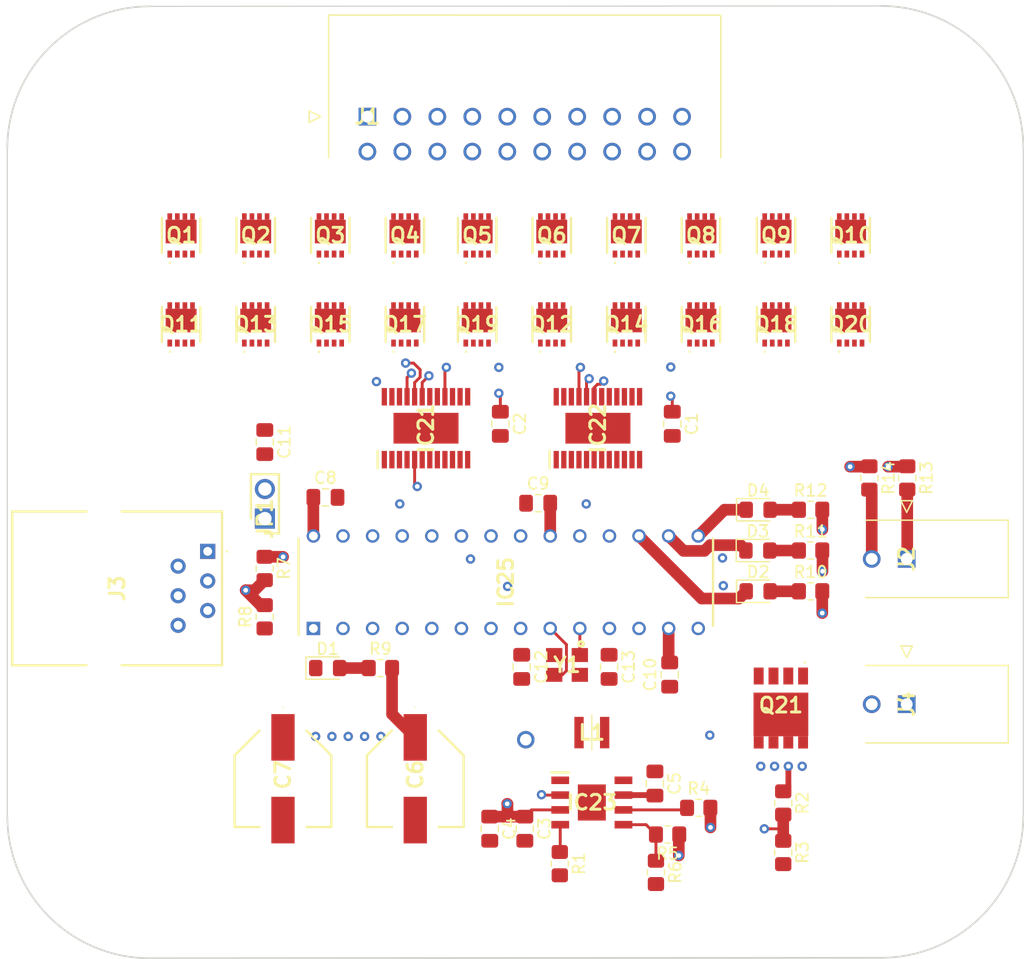
<source format=kicad_pcb>
(kicad_pcb (version 20221018) (generator pcbnew)

  (general
    (thickness 1.6)
  )

  (paper "A4")
  (layers
    (0 "F.Cu" signal)
    (1 "In1.Cu" signal)
    (2 "In2.Cu" signal)
    (31 "B.Cu" signal)
    (32 "B.Adhes" user "B.Adhesive")
    (33 "F.Adhes" user "F.Adhesive")
    (34 "B.Paste" user)
    (35 "F.Paste" user)
    (36 "B.SilkS" user "B.Silkscreen")
    (37 "F.SilkS" user "F.Silkscreen")
    (38 "B.Mask" user)
    (39 "F.Mask" user)
    (40 "Dwgs.User" user "User.Drawings")
    (41 "Cmts.User" user "User.Comments")
    (42 "Eco1.User" user "User.Eco1")
    (43 "Eco2.User" user "User.Eco2")
    (44 "Edge.Cuts" user)
    (45 "Margin" user)
    (46 "B.CrtYd" user "B.Courtyard")
    (47 "F.CrtYd" user "F.Courtyard")
    (48 "B.Fab" user)
    (49 "F.Fab" user)
    (50 "User.1" user)
    (51 "User.2" user)
    (52 "User.3" user)
    (53 "User.4" user)
    (54 "User.5" user)
    (55 "User.6" user)
    (56 "User.7" user)
    (57 "User.8" user)
    (58 "User.9" user)
  )

  (setup
    (stackup
      (layer "F.SilkS" (type "Top Silk Screen"))
      (layer "F.Paste" (type "Top Solder Paste"))
      (layer "F.Mask" (type "Top Solder Mask") (thickness 0.01))
      (layer "F.Cu" (type "copper") (thickness 0.035))
      (layer "dielectric 1" (type "prepreg") (thickness 0.1) (material "FR4") (epsilon_r 4.5) (loss_tangent 0.02))
      (layer "In1.Cu" (type "copper") (thickness 0.035))
      (layer "dielectric 2" (type "prepreg") (thickness 1.24) (material "FR4") (epsilon_r 4.5) (loss_tangent 0.02))
      (layer "In2.Cu" (type "copper") (thickness 0.035))
      (layer "dielectric 3" (type "prepreg") (thickness 0.1) (material "FR4") (epsilon_r 4.5) (loss_tangent 0.02))
      (layer "B.Cu" (type "copper") (thickness 0.035))
      (layer "B.Mask" (type "Bottom Solder Mask") (thickness 0.01))
      (layer "B.Paste" (type "Bottom Solder Paste"))
      (layer "B.SilkS" (type "Bottom Silk Screen"))
      (copper_finish "None")
      (dielectric_constraints no)
    )
    (pad_to_mask_clearance 0)
    (pcbplotparams
      (layerselection 0x00010fc_ffffffff)
      (plot_on_all_layers_selection 0x0000000_00000000)
      (disableapertmacros false)
      (usegerberextensions false)
      (usegerberattributes true)
      (usegerberadvancedattributes true)
      (creategerberjobfile true)
      (dashed_line_dash_ratio 12.000000)
      (dashed_line_gap_ratio 3.000000)
      (svgprecision 4)
      (plotframeref false)
      (viasonmask false)
      (mode 1)
      (useauxorigin false)
      (hpglpennumber 1)
      (hpglpenspeed 20)
      (hpglpendiameter 15.000000)
      (dxfpolygonmode true)
      (dxfimperialunits true)
      (dxfusepcbnewfont true)
      (psnegative false)
      (psa4output false)
      (plotreference true)
      (plotvalue true)
      (plotinvisibletext false)
      (sketchpadsonfab false)
      (subtractmaskfromsilk false)
      (outputformat 1)
      (mirror false)
      (drillshape 1)
      (scaleselection 1)
      (outputdirectory "")
    )
  )

  (net 0 "")
  (net 1 "+24V")
  (net 2 "GND")
  (net 3 "Net-(IC23-SW)")
  (net 4 "Net-(IC23-BOOT)")
  (net 5 "+5V")
  (net 6 "Net-(IC25-VCAP_OR_VDDCORE)")
  (net 7 "Net-(IC25-VDD)")
  (net 8 "Net-(JP1-B)")
  (net 9 "Net-(IC25-OSCI{slash}CLKI{slash}AN13{slash}CN30{slash}RA2)")
  (net 10 "Net-(IC25-OSCO{slash}CLKO{slash}AN14{slash}CN29{slash}RA3)")
  (net 11 "Net-(D1-A)")
  (net 12 "Net-(D2-K)")
  (net 13 "Net-(D2-A)")
  (net 14 "Net-(D3-K)")
  (net 15 "Net-(D3-A)")
  (net 16 "Net-(D4-K)")
  (net 17 "Net-(D4-A)")
  (net 18 "/Gate 1")
  (net 19 "/Gate 5")
  (net 20 "/Gate 7")
  (net 21 "SPI_MOSI")
  (net 22 "SPI_CHAIN")
  (net 23 "/Gate 9")
  (net 24 "/Gate 6")
  (net 25 "/Gate 4")
  (net 26 "/Gate 3")
  (net 27 "/Gate 10")
  (net 28 "unconnected-(IC21-OUT11-Pad17)")
  (net 29 "unconnected-(IC21-OUT12-Pad18)")
  (net 30 "SPI_SS")
  (net 31 "SPI_SCLK")
  (net 32 "/Gate 8")
  (net 33 "/Gate 2")
  (net 34 "/Gate 11")
  (net 35 "/Gate 15")
  (net 36 "/Gate 17")
  (net 37 "SPI_MISO")
  (net 38 "/Gate 19")
  (net 39 "/Gate 16")
  (net 40 "/Gate 14")
  (net 41 "/Gate 13")
  (net 42 "/Gate 20")
  (net 43 "unconnected-(IC22-OUT11-Pad17)")
  (net 44 "unconnected-(IC22-OUT12-Pad18)")
  (net 45 "/Gate 18")
  (net 46 "/Gate 12")
  (net 47 "Net-(IC23-EN)")
  (net 48 "Net-(IC23-RT{slash}SYNC)")
  (net 49 "Net-(IC23-FB)")
  (net 50 "Net-(IC23-PG)")
  (net 51 "Net-(IC25-MCLR{slash}VPP{slash}RA5)")
  (net 52 "unconnected-(IC25-CVREF+{slash}VREF+{slash}DAC1REF+{slash}AN0{slash}C3INC{slash}CN2{slash}RA0-Pad2)")
  (net 53 "unconnected-(IC25-CVREF-{slash}VREF-{slash}AN1{slash}RA1-Pad3)")
  (net 54 "PGD")
  (net 55 "PGC")
  (net 56 "I2C_SDA")
  (net 57 "I2C_SCLK")
  (net 58 "unconnected-(IC25-SOSCI{slash}AN15{slash}~{U2RTS}{slash}U2BCLK{slash}CN1{slash}RB4-Pad11)")
  (net 59 "unconnected-(IC25-SOSCO{slash}SCLKI{slash}AN16{slash}PWRLCLK{slash}~{U2CTS}{slash}CN0{slash}RA4-Pad12)")
  (net 60 "unconnected-(IC25-PGED3{slash}AN17{slash}ASDA1{slash}SCK2{slash}IC4{slash}OC1E{slash}CLCINA{slash}CN27{slash}RB5-Pad14)")
  (net 61 "unconnected-(IC25-AN21{slash}SDA1{slash}T1CK{slash}U1RTS{slash}U1BCLK{slash}IC2{slash}OC4{slash}CLC1O{slash}CTED4{slash}CN21{slash}RB9-Pad18)")
  (net 62 "unconnected-(IC25-SDI2{slash}IC1{slash}OC5{slash}CLC2O{slash}CTED3{slash}CN9{slash}RA7-Pad19)")
  (net 63 "unconnected-(IC25-DAC1OUT{slash}AN12{slash}HLVDIN{slash}~{SS2}{slash}IC3{slash}OC2B{slash}CTED2{slash}INT2{slash}CN14{slash}RB12-Pad23)")
  (net 64 "unconnected-(IC25-DAC2OUT{slash}CVREF{slash}OA1IND{slash}OA2IND{slash}AN10{slash}C3INB{slash}RTCC{slash}C1OUT{slash}OCFA{slash}CTED5{slash}INT1{slash}CN12{slash}RB14-Pad25)")
  (net 65 "/Coil 1")
  (net 66 "/Coil 2")
  (net 67 "/Coil 3")
  (net 68 "/Coil 4")
  (net 69 "/Coil 5")
  (net 70 "/Coil 6")
  (net 71 "/Coil 7")
  (net 72 "/Coil 8")
  (net 73 "/Coil 9")
  (net 74 "/Coil 10")
  (net 75 "/Coil 11")
  (net 76 "/Coil 12")
  (net 77 "/Coil 13")
  (net 78 "/Coil 14")
  (net 79 "/Coil 15")
  (net 80 "/Coil 16")
  (net 81 "/Coil 17")
  (net 82 "/Coil 18")
  (net 83 "/Coil 19")
  (net 84 "/Coil 20")
  (net 85 "MCLR")
  (net 86 "unconnected-(J3-Pad6)")
  (net 87 "Net-(J4-Pin_2)")

  (footprint "Library:HDRV2W67P0X254_1X2_508X241X858P" (layer "F.Cu") (at 101.93 108.76 90))

  (footprint "Library:PXP01530QLJ" (layer "F.Cu") (at 113.94 92.09))

  (footprint "Capacitor_SMD:C_0805_2012Metric_Pad1.18x1.45mm_HandSolder" (layer "F.Cu") (at 101.92 102.19 -90))

  (footprint "Capacitor_SMD:C_0805_2012Metric_Pad1.18x1.45mm_HandSolder" (layer "F.Cu") (at 107.1225 106.938))

  (footprint "Capacitor_SMD:C_0805_2012Metric_Pad1.18x1.45mm_HandSolder" (layer "F.Cu") (at 124.23 135.38 -90))

  (footprint "Library:PXP01530QLJ" (layer "F.Cu") (at 113.94 84.45))

  (footprint "Library:EEHZT1E331UP" (layer "F.Cu") (at 114.83 131.09 -90))

  (footprint "Capacitor_SMD:C_0805_2012Metric_Pad1.18x1.45mm_HandSolder" (layer "F.Cu") (at 123.96 121.4875 -90))

  (footprint "Library:PXP01530QLJ" (layer "F.Cu") (at 132.94 84.45))

  (footprint "Library:PXP01530QLJ" (layer "F.Cu") (at 101.14 84.45))

  (footprint "Library:EEHZT1E331UP" (layer "F.Cu") (at 103.48 131.09 -90))

  (footprint "Resistor_SMD:R_0805_2012Metric_Pad1.20x1.40mm_HandSolder" (layer "F.Cu") (at 127.23 138.38 -90))

  (footprint "Capacitor_SMD:C_0805_2012Metric_Pad1.18x1.45mm_HandSolder" (layer "F.Cu") (at 125.3725 107.438))

  (footprint "Library:PXP01530QLJ" (layer "F.Cu") (at 107.54 92.09))

  (footprint "Capacitor_SMD:C_0805_2012Metric_Pad1.18x1.45mm_HandSolder" (layer "F.Cu") (at 131.46 121.4875 -90))

  (footprint "Resistor_SMD:R_0805_2012Metric_Pad1.20x1.40mm_HandSolder" (layer "F.Cu") (at 146.4 137.42 -90))

  (footprint "Library:PXP01530QLJ" (layer "F.Cu") (at 145.785 92.09))

  (footprint "LED_SMD:LED_0805_2012Metric_Pad1.15x1.40mm_HandSolder" (layer "F.Cu") (at 107.315 121.59))

  (footprint "Capacitor_SMD:C_0805_2012Metric_Pad1.18x1.45mm_HandSolder" (layer "F.Cu") (at 122.13 100.6225 -90))

  (footprint "Library:PXP01530QLJ" (layer "F.Cu") (at 152.185 92.09))

  (footprint "Library:PXP01530QLJ" (layer "F.Cu") (at 120.14 84.45))

  (footprint "Resistor_SMD:R_0805_2012Metric_Pad1.20x1.40mm_HandSolder" (layer "F.Cu") (at 146.4 133.17 -90))

  (footprint "Resistor_SMD:R_0805_2012Metric_Pad1.20x1.40mm_HandSolder" (layer "F.Cu") (at 148.75 111.5))

  (footprint "Library:LQH3NPN100MMEL" (layer "F.Cu") (at 129.98 127.13 180))

  (footprint "Library:DIP794W56P254L3486H508Q28N" (layer "F.Cu") (at 122.6 114.219 90))

  (footprint "Resistor_SMD:R_0805_2012Metric_Pad1.20x1.40mm_HandSolder" (layer "F.Cu") (at 153.79 105.27 -90))

  (footprint "Capacitor_SMD:C_0805_2012Metric_Pad1.18x1.45mm_HandSolder" (layer "F.Cu") (at 136.66 122.1505 90))

  (footprint "Resistor_SMD:R_0805_2012Metric_Pad1.20x1.40mm_HandSolder" (layer "F.Cu") (at 139.15 133.59))

  (footprint "Capacitor_SMD:C_0805_2012Metric_Pad1.18x1.45mm_HandSolder" (layer "F.Cu") (at 136.88 100.6225 -90))

  (footprint "Resistor_SMD:R_0805_2012Metric_Pad1.20x1.40mm_HandSolder" (layer "F.Cu") (at 148.75 108))

  (footprint "Library:PXP01530QLJ" (layer "F.Cu") (at 94.74 84.45))

  (footprint "Library:PXP01530QLJ" (layer "F.Cu") (at 139.34 92.09))

  (footprint "Library:43045-02YY" (layer "F.Cu") (at 156.9946 112.22175 90))

  (footprint "Library:ABM8G" (layer "F.Cu") (at 127.85 121.32125 180))

  (footprint "Library:PXP01530QLJ" (layer "F.Cu") (at 145.785 84.45))

  (footprint "Library:PXP01530QLJ" (layer "F.Cu") (at 101.14 92.09))

  (footprint "Resistor_SMD:R_0805_2012Metric_Pad1.20x1.40mm_HandSolder" (layer "F.Cu") (at 157.04 105.27 -90))

  (footprint "Resistor_SMD:R_0805_2012Metric_Pad1.20x1.40mm_HandSolder" (layer "F.Cu") (at 136.48 135.88 180))

  (footprint "Library:PXP01530QLJ" (layer "F.Cu") (at 120.14 92.09))

  (footprint "Library:PXP01530QLJ" (layer "F.Cu") (at 132.94 92.09))

  (footprint "Library:43045-02YY" (layer "F.Cu") (at 156.9946 124.6935 90))

  (footprint "Library:SOP65P600X170-25N" (layer "F.Cu") (at 115.75 101 90))

  (footprint "Library:SOIC127P600X170-9N" (layer "F.Cu") (at 129.98 133.13))

  (footprint "Resistor_SMD:R_0805_2012Metric_Pad1.20x1.40mm_HandSolder" (layer "F.Cu")
    (tstamp c339e0b1-8e93-473a-8418-0067830dfcc4)
    (at 135.48 139.13 -90)
    (descr "Resistor SMD 0805 (2012 Metric), sq
... [131225 chars truncated]
</source>
